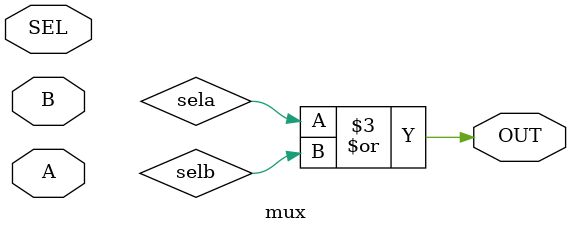
<source format=v>
module mux(OUT, A, B, SEL);
    output OUT;
    input A,B,SEL;
		
		not N5 (seln, SEL) ;
    and I6 (sel_a, A, seln);
    and I7 (sel_b, B, SEL);
    or I4 (OUT, sela, selb);
	
endmodule
</source>
